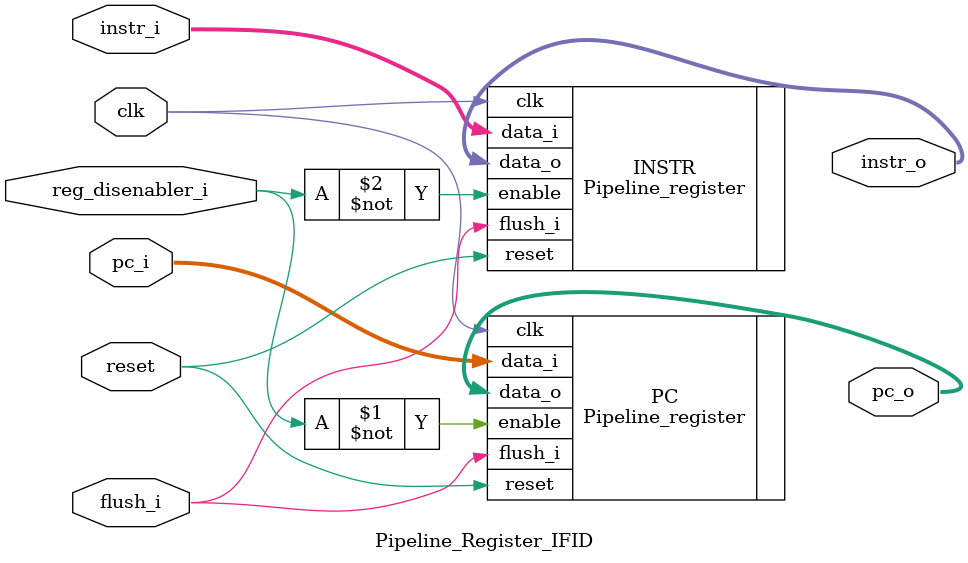
<source format=v>
module Pipeline_Register_IFID
#
(
	parameter MEMORY_DEPTH = 32,
	parameter FLUSH_ENABLE = 0
)
(

	input  clk,
	input  reset,
	input  reg_disenabler_i,
	input  flush_i,
	input	 [31:0]  pc_i,
	input  [31:0]  instr_i,
	
	output [31:0] 	pc_o,
	output [31:0] 	instr_o

);

Pipeline_register
#(
	.FLUSH_ENABLE(FLUSH_ENABLE)
)
PC
(
	.clk(clk),
	.reset(reset),
	.flush_i(flush_i),
	.enable(~reg_disenabler_i),
	.data_i(pc_i),
	.data_o(pc_o)
);

Pipeline_register
#(
	.FLUSH_ENABLE(FLUSH_ENABLE)
)
INSTR
(
	.clk(clk),
	.reset(reset),
	.flush_i(flush_i),
	.enable(~reg_disenabler_i),
	.data_i(instr_i),
	.data_o(instr_o)
);


endmodule

</source>
